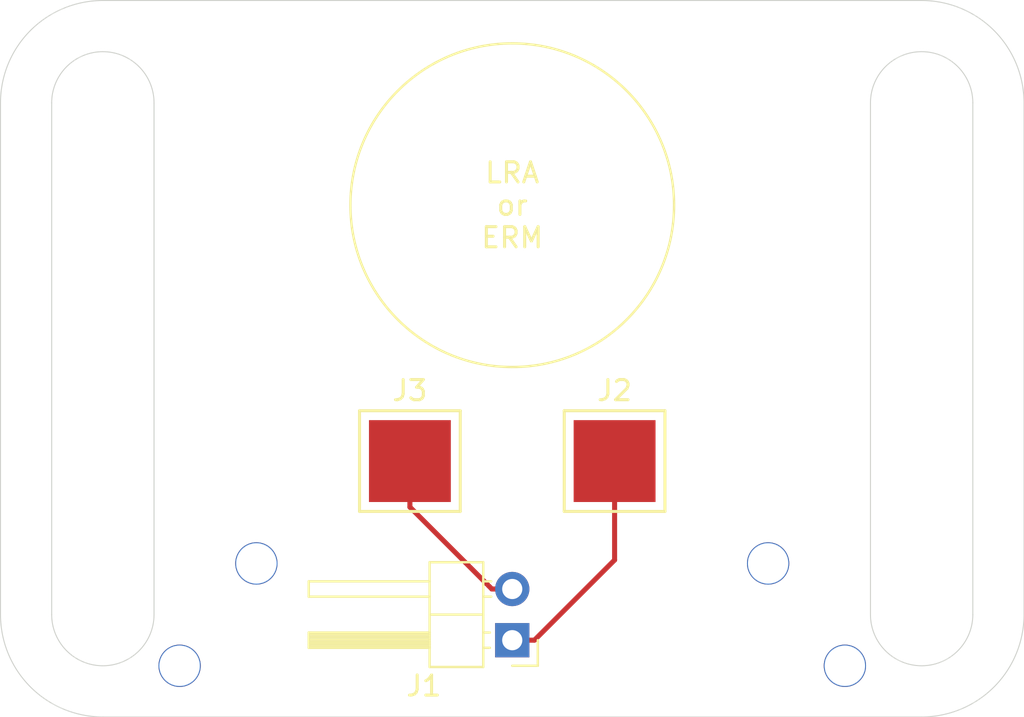
<source format=kicad_pcb>
(kicad_pcb (version 20171130) (host pcbnew "(5.1.4)-1")

  (general
    (thickness 1.6)
    (drawings 18)
    (tracks 10)
    (zones 0)
    (modules 3)
    (nets 3)
  )

  (page A4)
  (layers
    (0 F.Cu signal)
    (31 B.Cu signal)
    (32 B.Adhes user)
    (33 F.Adhes user)
    (34 B.Paste user)
    (35 F.Paste user)
    (36 B.SilkS user)
    (37 F.SilkS user)
    (38 B.Mask user)
    (39 F.Mask user)
    (40 Dwgs.User user)
    (41 Cmts.User user)
    (42 Eco1.User user)
    (43 Eco2.User user)
    (44 Edge.Cuts user)
    (45 Margin user)
    (46 B.CrtYd user)
    (47 F.CrtYd user)
    (48 B.Fab user)
    (49 F.Fab user)
  )

  (setup
    (last_trace_width 0.25)
    (trace_clearance 0.2)
    (zone_clearance 0.508)
    (zone_45_only no)
    (trace_min 0.2)
    (via_size 0.8)
    (via_drill 0.4)
    (via_min_size 0.4)
    (via_min_drill 0.3)
    (uvia_size 0.3)
    (uvia_drill 0.1)
    (uvias_allowed no)
    (uvia_min_size 0.2)
    (uvia_min_drill 0.1)
    (edge_width 0.05)
    (segment_width 0.2)
    (pcb_text_width 0.3)
    (pcb_text_size 1.5 1.5)
    (mod_edge_width 0.12)
    (mod_text_size 1 1)
    (mod_text_width 0.15)
    (pad_size 1.524 1.524)
    (pad_drill 0.762)
    (pad_to_mask_clearance 0.051)
    (solder_mask_min_width 0.25)
    (aux_axis_origin 0 0)
    (visible_elements FFFFFF7F)
    (pcbplotparams
      (layerselection 0x010fc_ffffffff)
      (usegerberextensions false)
      (usegerberattributes false)
      (usegerberadvancedattributes false)
      (creategerberjobfile false)
      (excludeedgelayer true)
      (linewidth 0.100000)
      (plotframeref false)
      (viasonmask false)
      (mode 1)
      (useauxorigin false)
      (hpglpennumber 1)
      (hpglpenspeed 20)
      (hpglpendiameter 15.000000)
      (psnegative false)
      (psa4output false)
      (plotreference true)
      (plotvalue true)
      (plotinvisibletext false)
      (padsonsilk false)
      (subtractmaskfromsilk false)
      (outputformat 1)
      (mirror false)
      (drillshape 1)
      (scaleselection 1)
      (outputdirectory ""))
  )

  (net 0 "")
  (net 1 "Net-(J1-Pad1)")
  (net 2 "Net-(J1-Pad2)")

  (net_class Default "This is the default net class."
    (clearance 0.2)
    (trace_width 0.25)
    (via_dia 0.8)
    (via_drill 0.4)
    (uvia_dia 0.3)
    (uvia_drill 0.1)
    (add_net "Net-(J1-Pad1)")
    (add_net "Net-(J1-Pad2)")
  )

  (module Connector_PinHeader_2.54mm:PinHeader_1x02_P2.54mm_Horizontal (layer F.Cu) (tedit 59FED5CB) (tstamp 5D90149D)
    (at 127 90.17 180)
    (descr "Through hole angled pin header, 1x02, 2.54mm pitch, 6mm pin length, single row")
    (tags "Through hole angled pin header THT 1x02 2.54mm single row")
    (path /5D8FF802)
    (fp_text reference J1 (at 4.385 -2.27) (layer F.SilkS)
      (effects (font (size 1 1) (thickness 0.15)))
    )
    (fp_text value Conn_01x02_Male (at 4.385 4.81) (layer F.Fab)
      (effects (font (size 1 1) (thickness 0.15)))
    )
    (fp_line (start 2.135 -1.27) (end 4.04 -1.27) (layer F.Fab) (width 0.1))
    (fp_line (start 4.04 -1.27) (end 4.04 3.81) (layer F.Fab) (width 0.1))
    (fp_line (start 4.04 3.81) (end 1.5 3.81) (layer F.Fab) (width 0.1))
    (fp_line (start 1.5 3.81) (end 1.5 -0.635) (layer F.Fab) (width 0.1))
    (fp_line (start 1.5 -0.635) (end 2.135 -1.27) (layer F.Fab) (width 0.1))
    (fp_line (start -0.32 -0.32) (end 1.5 -0.32) (layer F.Fab) (width 0.1))
    (fp_line (start -0.32 -0.32) (end -0.32 0.32) (layer F.Fab) (width 0.1))
    (fp_line (start -0.32 0.32) (end 1.5 0.32) (layer F.Fab) (width 0.1))
    (fp_line (start 4.04 -0.32) (end 10.04 -0.32) (layer F.Fab) (width 0.1))
    (fp_line (start 10.04 -0.32) (end 10.04 0.32) (layer F.Fab) (width 0.1))
    (fp_line (start 4.04 0.32) (end 10.04 0.32) (layer F.Fab) (width 0.1))
    (fp_line (start -0.32 2.22) (end 1.5 2.22) (layer F.Fab) (width 0.1))
    (fp_line (start -0.32 2.22) (end -0.32 2.86) (layer F.Fab) (width 0.1))
    (fp_line (start -0.32 2.86) (end 1.5 2.86) (layer F.Fab) (width 0.1))
    (fp_line (start 4.04 2.22) (end 10.04 2.22) (layer F.Fab) (width 0.1))
    (fp_line (start 10.04 2.22) (end 10.04 2.86) (layer F.Fab) (width 0.1))
    (fp_line (start 4.04 2.86) (end 10.04 2.86) (layer F.Fab) (width 0.1))
    (fp_line (start 1.44 -1.33) (end 1.44 3.87) (layer F.SilkS) (width 0.12))
    (fp_line (start 1.44 3.87) (end 4.1 3.87) (layer F.SilkS) (width 0.12))
    (fp_line (start 4.1 3.87) (end 4.1 -1.33) (layer F.SilkS) (width 0.12))
    (fp_line (start 4.1 -1.33) (end 1.44 -1.33) (layer F.SilkS) (width 0.12))
    (fp_line (start 4.1 -0.38) (end 10.1 -0.38) (layer F.SilkS) (width 0.12))
    (fp_line (start 10.1 -0.38) (end 10.1 0.38) (layer F.SilkS) (width 0.12))
    (fp_line (start 10.1 0.38) (end 4.1 0.38) (layer F.SilkS) (width 0.12))
    (fp_line (start 4.1 -0.32) (end 10.1 -0.32) (layer F.SilkS) (width 0.12))
    (fp_line (start 4.1 -0.2) (end 10.1 -0.2) (layer F.SilkS) (width 0.12))
    (fp_line (start 4.1 -0.08) (end 10.1 -0.08) (layer F.SilkS) (width 0.12))
    (fp_line (start 4.1 0.04) (end 10.1 0.04) (layer F.SilkS) (width 0.12))
    (fp_line (start 4.1 0.16) (end 10.1 0.16) (layer F.SilkS) (width 0.12))
    (fp_line (start 4.1 0.28) (end 10.1 0.28) (layer F.SilkS) (width 0.12))
    (fp_line (start 1.11 -0.38) (end 1.44 -0.38) (layer F.SilkS) (width 0.12))
    (fp_line (start 1.11 0.38) (end 1.44 0.38) (layer F.SilkS) (width 0.12))
    (fp_line (start 1.44 1.27) (end 4.1 1.27) (layer F.SilkS) (width 0.12))
    (fp_line (start 4.1 2.16) (end 10.1 2.16) (layer F.SilkS) (width 0.12))
    (fp_line (start 10.1 2.16) (end 10.1 2.92) (layer F.SilkS) (width 0.12))
    (fp_line (start 10.1 2.92) (end 4.1 2.92) (layer F.SilkS) (width 0.12))
    (fp_line (start 1.042929 2.16) (end 1.44 2.16) (layer F.SilkS) (width 0.12))
    (fp_line (start 1.042929 2.92) (end 1.44 2.92) (layer F.SilkS) (width 0.12))
    (fp_line (start -1.27 0) (end -1.27 -1.27) (layer F.SilkS) (width 0.12))
    (fp_line (start -1.27 -1.27) (end 0 -1.27) (layer F.SilkS) (width 0.12))
    (fp_line (start -1.8 -1.8) (end -1.8 4.35) (layer F.CrtYd) (width 0.05))
    (fp_line (start -1.8 4.35) (end 10.55 4.35) (layer F.CrtYd) (width 0.05))
    (fp_line (start 10.55 4.35) (end 10.55 -1.8) (layer F.CrtYd) (width 0.05))
    (fp_line (start 10.55 -1.8) (end -1.8 -1.8) (layer F.CrtYd) (width 0.05))
    (fp_text user %R (at 2.77 1.27 90) (layer F.Fab)
      (effects (font (size 1 1) (thickness 0.15)))
    )
    (pad 1 thru_hole rect (at 0 0 180) (size 1.7 1.7) (drill 1) (layers *.Cu *.Mask)
      (net 1 "Net-(J1-Pad1)"))
    (pad 2 thru_hole oval (at 0 2.54 180) (size 1.7 1.7) (drill 1) (layers *.Cu *.Mask)
      (net 2 "Net-(J1-Pad2)"))
    (model ${KISYS3DMOD}/Connector_PinHeader_2.54mm.3dshapes/PinHeader_1x02_P2.54mm_Horizontal.wrl
      (at (xyz 0 0 0))
      (scale (xyz 1 1 1))
      (rotate (xyz 0 0 0))
    )
  )

  (module SMD_Packages:1Pin (layer F.Cu) (tedit 0) (tstamp 5D901178)
    (at 132.08 81.28)
    (descr "module 1 pin (ou trou mecanique de percage)")
    (tags DEV)
    (path /5D9007E0)
    (fp_text reference J2 (at 0 -3.50012) (layer F.SilkS)
      (effects (font (size 1 1) (thickness 0.15)))
    )
    (fp_text value Conn_01x01 (at 0.24892 3.74904) (layer F.Fab)
      (effects (font (size 1 1) (thickness 0.15)))
    )
    (fp_line (start -2.49936 -2.49936) (end 2.49936 -2.49936) (layer F.SilkS) (width 0.15))
    (fp_line (start 2.49936 -2.49936) (end 2.49936 2.49936) (layer F.SilkS) (width 0.15))
    (fp_line (start 2.49936 2.49936) (end -2.49936 2.49936) (layer F.SilkS) (width 0.15))
    (fp_line (start -2.49936 2.49936) (end -2.49936 -2.49936) (layer F.SilkS) (width 0.15))
    (pad 1 smd rect (at 0 0) (size 4.064 4.064) (layers F.Cu F.Paste F.Mask)
      (net 1 "Net-(J1-Pad1)"))
  )

  (module SMD_Packages:1Pin (layer F.Cu) (tedit 0) (tstamp 5D901181)
    (at 121.92 81.28)
    (descr "module 1 pin (ou trou mecanique de percage)")
    (tags DEV)
    (path /5D900D08)
    (fp_text reference J3 (at 0 -3.50012) (layer F.SilkS)
      (effects (font (size 1 1) (thickness 0.15)))
    )
    (fp_text value Conn_01x01 (at 0.24892 3.74904) (layer F.Fab)
      (effects (font (size 1 1) (thickness 0.15)))
    )
    (fp_line (start -2.49936 2.49936) (end -2.49936 -2.49936) (layer F.SilkS) (width 0.15))
    (fp_line (start 2.49936 2.49936) (end -2.49936 2.49936) (layer F.SilkS) (width 0.15))
    (fp_line (start 2.49936 -2.49936) (end 2.49936 2.49936) (layer F.SilkS) (width 0.15))
    (fp_line (start -2.49936 -2.49936) (end 2.49936 -2.49936) (layer F.SilkS) (width 0.15))
    (pad 1 smd rect (at 0 0) (size 4.064 4.064) (layers F.Cu F.Paste F.Mask)
      (net 2 "Net-(J1-Pad2)"))
  )

  (gr_text "LRA\nor\nERM" (at 127 68.58) (layer F.SilkS)
    (effects (font (size 1 1) (thickness 0.15)))
  )
  (gr_circle (center 127 68.58) (end 134.62 71.12) (layer F.SilkS) (width 0.12))
  (gr_line (start 144.78 63.5) (end 144.78 88.9) (layer Edge.Cuts) (width 0.05) (tstamp 5D90150F))
  (gr_arc (start 147.32 63.5) (end 149.86 63.5) (angle -180) (layer Edge.Cuts) (width 0.05) (tstamp 5D90150E))
  (gr_line (start 149.86 63.5) (end 149.86 88.9) (layer Edge.Cuts) (width 0.05) (tstamp 5D90150D))
  (gr_arc (start 147.32 88.9) (end 144.78 88.9) (angle -180) (layer Edge.Cuts) (width 0.05) (tstamp 5D90150C))
  (gr_line (start 109.22 63.5) (end 109.22 88.9) (layer Edge.Cuts) (width 0.05) (tstamp 5D90150B))
  (gr_line (start 104.14 63.5) (end 104.14 88.9) (layer Edge.Cuts) (width 0.05) (tstamp 5D90150A))
  (gr_arc (start 106.68 63.5) (end 109.22 63.5) (angle -180) (layer Edge.Cuts) (width 0.05))
  (gr_arc (start 106.68 88.9) (end 104.14 88.9) (angle -180) (layer Edge.Cuts) (width 0.05))
  (gr_arc (start 106.68 88.9) (end 101.6 88.9) (angle -90) (layer Edge.Cuts) (width 0.05))
  (gr_arc (start 147.32 88.9) (end 147.32 93.98) (angle -90) (layer Edge.Cuts) (width 0.05))
  (gr_arc (start 147.32 63.5) (end 152.4 63.5) (angle -90) (layer Edge.Cuts) (width 0.05))
  (gr_arc (start 106.68 63.5) (end 106.68 58.42) (angle -90) (layer Edge.Cuts) (width 0.05))
  (gr_line (start 101.6 88.9) (end 101.6 63.5) (layer Edge.Cuts) (width 0.05))
  (gr_line (start 147.32 93.98) (end 106.68 93.98) (layer Edge.Cuts) (width 0.05))
  (gr_line (start 152.4 63.5) (end 152.4 88.9) (layer Edge.Cuts) (width 0.05))
  (gr_line (start 106.68 58.42) (end 147.32 58.42) (layer Edge.Cuts) (width 0.05))

  (via (at 110.49 91.44) (size 2.1) (drill 2) (layers F.Cu B.Cu) (net 0))
  (via (at 114.3 86.36) (size 2.1) (drill 2) (layers F.Cu B.Cu) (net 0) (tstamp 5D909A56))
  (via (at 139.7 86.36) (size 2.1) (drill 2) (layers F.Cu B.Cu) (net 0) (tstamp 5D909A58))
  (via (at 143.51 91.44) (size 2.1) (drill 2) (layers F.Cu B.Cu) (net 0) (tstamp 5D909A5B))
  (segment (start 128.1 90.17) (end 127 90.17) (width 0.25) (layer F.Cu) (net 1))
  (segment (start 132.08 86.19) (end 128.1 90.17) (width 0.25) (layer F.Cu) (net 1))
  (segment (start 132.08 81.28) (end 132.08 86.19) (width 0.25) (layer F.Cu) (net 1))
  (segment (start 125.988 87.63) (end 127 87.63) (width 0.25) (layer F.Cu) (net 2))
  (segment (start 121.92 83.562) (end 125.988 87.63) (width 0.25) (layer F.Cu) (net 2))
  (segment (start 121.92 81.28) (end 121.92 83.562) (width 0.25) (layer F.Cu) (net 2))

)

</source>
